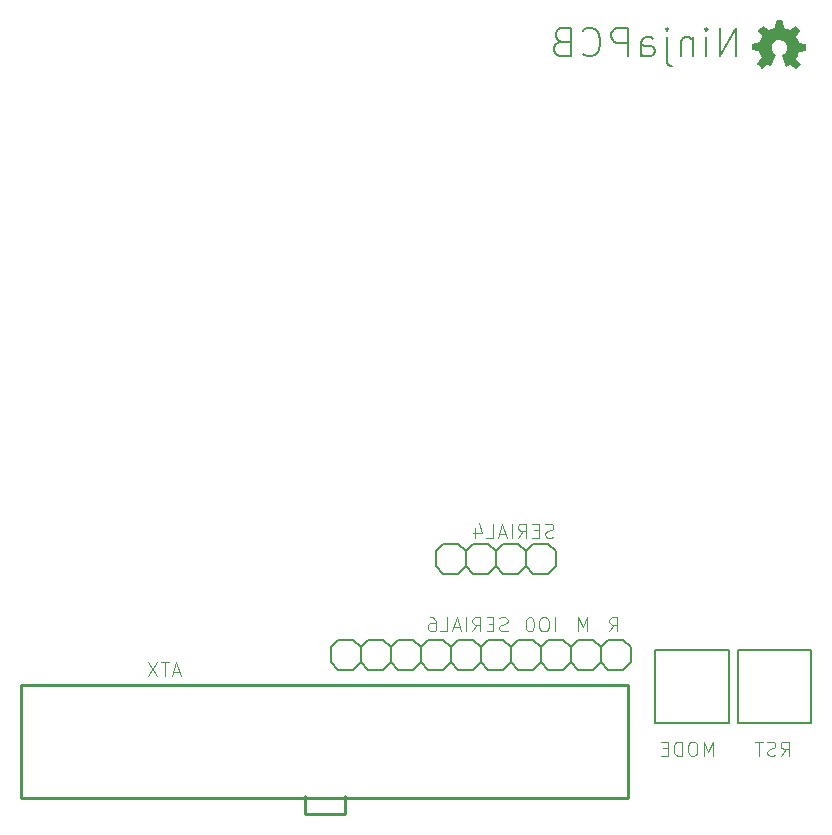
<source format=gbo>
%TF.GenerationSoftware,KiCad,Pcbnew,(5.1.6-0-10_14)*%
%TF.CreationDate,2021-04-16T11:15:05+09:00*%
%TF.ProjectId,NinjaPCB_ver2.2,4e696e6a-6150-4434-925f-766572322e32,rev?*%
%TF.SameCoordinates,Original*%
%TF.FileFunction,Legend,Bot*%
%TF.FilePolarity,Positive*%
%FSLAX46Y46*%
G04 Gerber Fmt 4.6, Leading zero omitted, Abs format (unit mm)*
G04 Created by KiCad (PCBNEW (5.1.6-0-10_14)) date 2021-04-16 11:15:05*
%MOMM*%
%LPD*%
G01*
G04 APERTURE LIST*
%ADD10C,0.101600*%
%ADD11C,0.203200*%
%ADD12C,0.254000*%
%ADD13C,0.127000*%
%ADD14C,0.152400*%
%ADD15C,0.100000*%
G04 APERTURE END LIST*
D10*
X184513969Y-136899547D02*
X184916136Y-136325023D01*
X185203398Y-136899547D02*
X185203398Y-135693047D01*
X184743779Y-135693047D01*
X184628874Y-135750500D01*
X184571421Y-135807952D01*
X184513969Y-135922857D01*
X184513969Y-136095214D01*
X184571421Y-136210119D01*
X184628874Y-136267571D01*
X184743779Y-136325023D01*
X185203398Y-136325023D01*
X184054350Y-136842095D02*
X183881993Y-136899547D01*
X183594731Y-136899547D01*
X183479826Y-136842095D01*
X183422374Y-136784642D01*
X183364921Y-136669738D01*
X183364921Y-136554833D01*
X183422374Y-136439928D01*
X183479826Y-136382476D01*
X183594731Y-136325023D01*
X183824540Y-136267571D01*
X183939445Y-136210119D01*
X183996898Y-136152666D01*
X184054350Y-136037761D01*
X184054350Y-135922857D01*
X183996898Y-135807952D01*
X183939445Y-135750500D01*
X183824540Y-135693047D01*
X183537279Y-135693047D01*
X183364921Y-135750500D01*
X183020207Y-135693047D02*
X182330779Y-135693047D01*
X182675493Y-136899547D02*
X182675493Y-135693047D01*
X178777198Y-136899547D02*
X178777198Y-135693047D01*
X178375031Y-136554833D01*
X177972864Y-135693047D01*
X177972864Y-136899547D01*
X177168531Y-135693047D02*
X176938721Y-135693047D01*
X176823817Y-135750500D01*
X176708912Y-135865404D01*
X176651460Y-136095214D01*
X176651460Y-136497380D01*
X176708912Y-136727190D01*
X176823817Y-136842095D01*
X176938721Y-136899547D01*
X177168531Y-136899547D01*
X177283436Y-136842095D01*
X177398340Y-136727190D01*
X177455793Y-136497380D01*
X177455793Y-136095214D01*
X177398340Y-135865404D01*
X177283436Y-135750500D01*
X177168531Y-135693047D01*
X176134388Y-136899547D02*
X176134388Y-135693047D01*
X175847126Y-135693047D01*
X175674769Y-135750500D01*
X175559864Y-135865404D01*
X175502412Y-135980309D01*
X175444960Y-136210119D01*
X175444960Y-136382476D01*
X175502412Y-136612285D01*
X175559864Y-136727190D01*
X175674769Y-136842095D01*
X175847126Y-136899547D01*
X176134388Y-136899547D01*
X174927888Y-136267571D02*
X174525721Y-136267571D01*
X174353364Y-136899547D02*
X174927888Y-136899547D01*
X174927888Y-135693047D01*
X174353364Y-135693047D01*
X169985169Y-126358547D02*
X170387336Y-125784023D01*
X170674598Y-126358547D02*
X170674598Y-125152047D01*
X170214979Y-125152047D01*
X170100074Y-125209500D01*
X170042621Y-125266952D01*
X169985169Y-125381857D01*
X169985169Y-125554214D01*
X170042621Y-125669119D01*
X170100074Y-125726571D01*
X170214979Y-125784023D01*
X170674598Y-125784023D01*
X168134598Y-126358547D02*
X168134598Y-125152047D01*
X167732431Y-126013833D01*
X167330264Y-125152047D01*
X167330264Y-126358547D01*
X165391398Y-126358547D02*
X165391398Y-125152047D01*
X164587064Y-125152047D02*
X164357255Y-125152047D01*
X164242350Y-125209500D01*
X164127445Y-125324404D01*
X164069993Y-125554214D01*
X164069993Y-125956380D01*
X164127445Y-126186190D01*
X164242350Y-126301095D01*
X164357255Y-126358547D01*
X164587064Y-126358547D01*
X164701969Y-126301095D01*
X164816874Y-126186190D01*
X164874326Y-125956380D01*
X164874326Y-125554214D01*
X164816874Y-125324404D01*
X164701969Y-125209500D01*
X164587064Y-125152047D01*
X163323112Y-125152047D02*
X163208207Y-125152047D01*
X163093302Y-125209500D01*
X163035850Y-125266952D01*
X162978398Y-125381857D01*
X162920945Y-125611666D01*
X162920945Y-125898928D01*
X162978398Y-126128738D01*
X163035850Y-126243642D01*
X163093302Y-126301095D01*
X163208207Y-126358547D01*
X163323112Y-126358547D01*
X163438017Y-126301095D01*
X163495469Y-126243642D01*
X163552921Y-126128738D01*
X163610374Y-125898928D01*
X163610374Y-125611666D01*
X163552921Y-125381857D01*
X163495469Y-125266952D01*
X163438017Y-125209500D01*
X163323112Y-125152047D01*
X161384850Y-126301095D02*
X161212493Y-126358547D01*
X160925231Y-126358547D01*
X160810326Y-126301095D01*
X160752874Y-126243642D01*
X160695421Y-126128738D01*
X160695421Y-126013833D01*
X160752874Y-125898928D01*
X160810326Y-125841476D01*
X160925231Y-125784023D01*
X161155040Y-125726571D01*
X161269945Y-125669119D01*
X161327398Y-125611666D01*
X161384850Y-125496761D01*
X161384850Y-125381857D01*
X161327398Y-125266952D01*
X161269945Y-125209500D01*
X161155040Y-125152047D01*
X160867779Y-125152047D01*
X160695421Y-125209500D01*
X160178350Y-125726571D02*
X159776183Y-125726571D01*
X159603826Y-126358547D02*
X160178350Y-126358547D01*
X160178350Y-125152047D01*
X159603826Y-125152047D01*
X158397326Y-126358547D02*
X158799493Y-125784023D01*
X159086755Y-126358547D02*
X159086755Y-125152047D01*
X158627136Y-125152047D01*
X158512231Y-125209500D01*
X158454779Y-125266952D01*
X158397326Y-125381857D01*
X158397326Y-125554214D01*
X158454779Y-125669119D01*
X158512231Y-125726571D01*
X158627136Y-125784023D01*
X159086755Y-125784023D01*
X157880255Y-126358547D02*
X157880255Y-125152047D01*
X157363183Y-126013833D02*
X156788660Y-126013833D01*
X157478088Y-126358547D02*
X157075921Y-125152047D01*
X156673755Y-126358547D01*
X155697064Y-126358547D02*
X156271588Y-126358547D01*
X156271588Y-125152047D01*
X154777826Y-125152047D02*
X155007636Y-125152047D01*
X155122540Y-125209500D01*
X155179993Y-125266952D01*
X155294898Y-125439309D01*
X155352350Y-125669119D01*
X155352350Y-126128738D01*
X155294898Y-126243642D01*
X155237445Y-126301095D01*
X155122540Y-126358547D01*
X154892731Y-126358547D01*
X154777826Y-126301095D01*
X154720374Y-126243642D01*
X154662921Y-126128738D01*
X154662921Y-125841476D01*
X154720374Y-125726571D01*
X154777826Y-125669119D01*
X154892731Y-125611666D01*
X155122540Y-125611666D01*
X155237445Y-125669119D01*
X155294898Y-125726571D01*
X155352350Y-125841476D01*
X165245650Y-118376295D02*
X165073293Y-118433747D01*
X164786031Y-118433747D01*
X164671126Y-118376295D01*
X164613674Y-118318842D01*
X164556221Y-118203938D01*
X164556221Y-118089033D01*
X164613674Y-117974128D01*
X164671126Y-117916676D01*
X164786031Y-117859223D01*
X165015840Y-117801771D01*
X165130745Y-117744319D01*
X165188198Y-117686866D01*
X165245650Y-117571961D01*
X165245650Y-117457057D01*
X165188198Y-117342152D01*
X165130745Y-117284700D01*
X165015840Y-117227247D01*
X164728579Y-117227247D01*
X164556221Y-117284700D01*
X164039150Y-117801771D02*
X163636983Y-117801771D01*
X163464626Y-118433747D02*
X164039150Y-118433747D01*
X164039150Y-117227247D01*
X163464626Y-117227247D01*
X162258126Y-118433747D02*
X162660293Y-117859223D01*
X162947555Y-118433747D02*
X162947555Y-117227247D01*
X162487936Y-117227247D01*
X162373031Y-117284700D01*
X162315579Y-117342152D01*
X162258126Y-117457057D01*
X162258126Y-117629414D01*
X162315579Y-117744319D01*
X162373031Y-117801771D01*
X162487936Y-117859223D01*
X162947555Y-117859223D01*
X161741055Y-118433747D02*
X161741055Y-117227247D01*
X161223983Y-118089033D02*
X160649460Y-118089033D01*
X161338888Y-118433747D02*
X160936721Y-117227247D01*
X160534555Y-118433747D01*
X159557864Y-118433747D02*
X160132388Y-118433747D01*
X160132388Y-117227247D01*
X158638626Y-117629414D02*
X158638626Y-118433747D01*
X158925888Y-117169795D02*
X159213150Y-118031580D01*
X158466269Y-118031580D01*
X133622650Y-129773033D02*
X133048126Y-129773033D01*
X133737555Y-130117747D02*
X133335388Y-128911247D01*
X132933221Y-130117747D01*
X132703412Y-128911247D02*
X132013983Y-128911247D01*
X132358698Y-130117747D02*
X132358698Y-128911247D01*
X131726721Y-128911247D02*
X130922388Y-130117747D01*
X130922388Y-128911247D02*
X131726721Y-130117747D01*
D11*
X180738296Y-77677995D02*
X180738296Y-75264995D01*
X179359439Y-77677995D01*
X179359439Y-75264995D01*
X178210391Y-77677995D02*
X178210391Y-76069328D01*
X178210391Y-75264995D02*
X178325296Y-75379900D01*
X178210391Y-75494804D01*
X178095486Y-75379900D01*
X178210391Y-75264995D01*
X178210391Y-75494804D01*
X177061343Y-76069328D02*
X177061343Y-77677995D01*
X177061343Y-76299138D02*
X176946439Y-76184233D01*
X176716629Y-76069328D01*
X176371915Y-76069328D01*
X176142105Y-76184233D01*
X176027200Y-76414042D01*
X176027200Y-77677995D01*
X174878153Y-76069328D02*
X174878153Y-78137614D01*
X174993058Y-78367423D01*
X175222867Y-78482328D01*
X175337772Y-78482328D01*
X174878153Y-75264995D02*
X174993058Y-75379900D01*
X174878153Y-75494804D01*
X174763248Y-75379900D01*
X174878153Y-75264995D01*
X174878153Y-75494804D01*
X172694962Y-77677995D02*
X172694962Y-76414042D01*
X172809867Y-76184233D01*
X173039677Y-76069328D01*
X173499296Y-76069328D01*
X173729105Y-76184233D01*
X172694962Y-77563090D02*
X172924772Y-77677995D01*
X173499296Y-77677995D01*
X173729105Y-77563090D01*
X173844010Y-77333280D01*
X173844010Y-77103471D01*
X173729105Y-76873661D01*
X173499296Y-76758757D01*
X172924772Y-76758757D01*
X172694962Y-76643852D01*
X171545915Y-77677995D02*
X171545915Y-75264995D01*
X170626677Y-75264995D01*
X170396867Y-75379900D01*
X170281962Y-75494804D01*
X170167058Y-75724614D01*
X170167058Y-76069328D01*
X170281962Y-76299138D01*
X170396867Y-76414042D01*
X170626677Y-76528947D01*
X171545915Y-76528947D01*
X167754058Y-77448185D02*
X167868962Y-77563090D01*
X168213677Y-77677995D01*
X168443486Y-77677995D01*
X168788200Y-77563090D01*
X169018010Y-77333280D01*
X169132915Y-77103471D01*
X169247820Y-76643852D01*
X169247820Y-76299138D01*
X169132915Y-75839519D01*
X169018010Y-75609709D01*
X168788200Y-75379900D01*
X168443486Y-75264995D01*
X168213677Y-75264995D01*
X167868962Y-75379900D01*
X167754058Y-75494804D01*
X165915581Y-76414042D02*
X165570867Y-76528947D01*
X165455962Y-76643852D01*
X165341058Y-76873661D01*
X165341058Y-77218376D01*
X165455962Y-77448185D01*
X165570867Y-77563090D01*
X165800677Y-77677995D01*
X166719915Y-77677995D01*
X166719915Y-75264995D01*
X165915581Y-75264995D01*
X165685772Y-75379900D01*
X165570867Y-75494804D01*
X165455962Y-75724614D01*
X165455962Y-75954423D01*
X165570867Y-76184233D01*
X165685772Y-76299138D01*
X165915581Y-76414042D01*
X166719915Y-76414042D01*
D12*
%TO.C,ATX1*%
X147610300Y-141781000D02*
X147610300Y-140281000D01*
X144210300Y-141781000D02*
X144210300Y-140281000D01*
X144210300Y-141781000D02*
X147610300Y-141781000D01*
X120210300Y-130881000D02*
X120210300Y-140481000D01*
X171610300Y-130881000D02*
X120210300Y-130881000D01*
X171610300Y-140481000D02*
X171610300Y-130881000D01*
X120210300Y-140481000D02*
X171610300Y-140481000D01*
D13*
%TO.C,RST1*%
X187101100Y-127903600D02*
X180901100Y-127903600D01*
X187101100Y-134103600D02*
X187101100Y-127903600D01*
X180901100Y-134103600D02*
X187101100Y-134103600D01*
X180901100Y-127903600D02*
X180901100Y-134103600D01*
%TO.C,MODE1*%
X180101100Y-127903600D02*
X173901100Y-127903600D01*
X180101100Y-134103600D02*
X180101100Y-127903600D01*
X173901100Y-134103600D02*
X180101100Y-134103600D01*
X173901100Y-127903600D02*
X173901100Y-134103600D01*
D14*
%TO.C,SERIAL6*%
X147050300Y-129591000D02*
X148320300Y-129591000D01*
X148955300Y-128956000D02*
X148320300Y-129591000D01*
X148320300Y-127051000D02*
X148955300Y-127686000D01*
X146415300Y-128956000D02*
X147050300Y-129591000D01*
X146415300Y-127686000D02*
X146415300Y-128956000D01*
X147050300Y-127051000D02*
X146415300Y-127686000D01*
X148320300Y-127051000D02*
X147050300Y-127051000D01*
X159750300Y-129591000D02*
X161020300Y-129591000D01*
X161655300Y-128956000D02*
X161020300Y-129591000D01*
X161020300Y-127051000D02*
X161655300Y-127686000D01*
X161655300Y-127686000D02*
X161655300Y-128956000D01*
X158480300Y-129591000D02*
X159115300Y-128956000D01*
X157210300Y-129591000D02*
X158480300Y-129591000D01*
X156575300Y-128956000D02*
X157210300Y-129591000D01*
X156575300Y-127686000D02*
X156575300Y-128956000D01*
X157210300Y-127051000D02*
X156575300Y-127686000D01*
X158480300Y-127051000D02*
X157210300Y-127051000D01*
X159115300Y-127686000D02*
X158480300Y-127051000D01*
X159115300Y-128956000D02*
X159750300Y-129591000D01*
X159115300Y-127686000D02*
X159115300Y-128956000D01*
X159750300Y-127051000D02*
X159115300Y-127686000D01*
X161020300Y-127051000D02*
X159750300Y-127051000D01*
X152130300Y-129591000D02*
X153400300Y-129591000D01*
X154035300Y-128956000D02*
X153400300Y-129591000D01*
X153400300Y-127051000D02*
X154035300Y-127686000D01*
X155940300Y-129591000D02*
X156575300Y-128956000D01*
X154670300Y-129591000D02*
X155940300Y-129591000D01*
X154035300Y-128956000D02*
X154670300Y-129591000D01*
X154035300Y-127686000D02*
X154035300Y-128956000D01*
X154670300Y-127051000D02*
X154035300Y-127686000D01*
X155940300Y-127051000D02*
X154670300Y-127051000D01*
X156575300Y-127686000D02*
X155940300Y-127051000D01*
X150860300Y-129591000D02*
X151495300Y-128956000D01*
X149590300Y-129591000D02*
X150860300Y-129591000D01*
X148955300Y-128956000D02*
X149590300Y-129591000D01*
X148955300Y-127686000D02*
X148955300Y-128956000D01*
X149590300Y-127051000D02*
X148955300Y-127686000D01*
X150860300Y-127051000D02*
X149590300Y-127051000D01*
X151495300Y-127686000D02*
X150860300Y-127051000D01*
X151495300Y-128956000D02*
X152130300Y-129591000D01*
X151495300Y-127686000D02*
X151495300Y-128956000D01*
X152130300Y-127051000D02*
X151495300Y-127686000D01*
X153400300Y-127051000D02*
X152130300Y-127051000D01*
%TO.C,IO0*%
X163560300Y-129591000D02*
X164195300Y-128956000D01*
X162290300Y-129591000D02*
X163560300Y-129591000D01*
X161655300Y-128956000D02*
X162290300Y-129591000D01*
X161655300Y-127686000D02*
X161655300Y-128956000D01*
X162290300Y-127051000D02*
X161655300Y-127686000D01*
X163560300Y-127051000D02*
X162290300Y-127051000D01*
X164195300Y-127686000D02*
X163560300Y-127051000D01*
X164830300Y-129591000D02*
X166100300Y-129591000D01*
X166735300Y-128956000D02*
X166100300Y-129591000D01*
X166100300Y-127051000D02*
X166735300Y-127686000D01*
X166735300Y-127686000D02*
X166735300Y-128956000D01*
X164195300Y-128956000D02*
X164830300Y-129591000D01*
X164195300Y-127686000D02*
X164195300Y-128956000D01*
X164830300Y-127051000D02*
X164195300Y-127686000D01*
X166100300Y-127051000D02*
X164830300Y-127051000D01*
%TO.C,RESET1*%
X168640300Y-129591000D02*
X169275300Y-128956000D01*
X167370300Y-129591000D02*
X168640300Y-129591000D01*
X166735300Y-128956000D02*
X167370300Y-129591000D01*
X166735300Y-127686000D02*
X166735300Y-128956000D01*
X167370300Y-127051000D02*
X166735300Y-127686000D01*
X168640300Y-127051000D02*
X167370300Y-127051000D01*
X169275300Y-127686000D02*
X168640300Y-127051000D01*
X169910300Y-129591000D02*
X171180300Y-129591000D01*
X171815300Y-128956000D02*
X171180300Y-129591000D01*
X171180300Y-127051000D02*
X171815300Y-127686000D01*
X171815300Y-127686000D02*
X171815300Y-128956000D01*
X169275300Y-128956000D02*
X169910300Y-129591000D01*
X169275300Y-127686000D02*
X169275300Y-128956000D01*
X169910300Y-127051000D02*
X169275300Y-127686000D01*
X171180300Y-127051000D02*
X169910300Y-127051000D01*
%TO.C,SERIAL4*%
X155940300Y-121463000D02*
X157210300Y-121463000D01*
X157845300Y-120828000D02*
X157210300Y-121463000D01*
X157210300Y-118923000D02*
X157845300Y-119558000D01*
X155305300Y-120828000D02*
X155940300Y-121463000D01*
X155305300Y-119558000D02*
X155305300Y-120828000D01*
X155940300Y-118923000D02*
X155305300Y-119558000D01*
X157210300Y-118923000D02*
X155940300Y-118923000D01*
X163560300Y-121463000D02*
X164830300Y-121463000D01*
X165465300Y-120828000D02*
X164830300Y-121463000D01*
X164830300Y-118923000D02*
X165465300Y-119558000D01*
X165465300Y-119558000D02*
X165465300Y-120828000D01*
X162290300Y-121463000D02*
X162925300Y-120828000D01*
X161020300Y-121463000D02*
X162290300Y-121463000D01*
X160385300Y-120828000D02*
X161020300Y-121463000D01*
X160385300Y-119558000D02*
X160385300Y-120828000D01*
X161020300Y-118923000D02*
X160385300Y-119558000D01*
X162290300Y-118923000D02*
X161020300Y-118923000D01*
X162925300Y-119558000D02*
X162290300Y-118923000D01*
X162925300Y-120828000D02*
X163560300Y-121463000D01*
X162925300Y-119558000D02*
X162925300Y-120828000D01*
X163560300Y-118923000D02*
X162925300Y-119558000D01*
X164830300Y-118923000D02*
X163560300Y-118923000D01*
X159750300Y-121463000D02*
X160385300Y-120828000D01*
X158480300Y-121463000D02*
X159750300Y-121463000D01*
X157845300Y-120828000D02*
X158480300Y-121463000D01*
X157845300Y-119558000D02*
X157845300Y-120828000D01*
X158480300Y-118923000D02*
X157845300Y-119558000D01*
X159750300Y-118923000D02*
X158480300Y-118923000D01*
X160385300Y-119558000D02*
X159750300Y-118923000D01*
D15*
%TO.C,U$2*%
G36*
X184629600Y-77521000D02*
G01*
X184790788Y-77433718D01*
X184921513Y-77305225D01*
X185011557Y-77145563D01*
X185053880Y-76967213D01*
X185045175Y-76784118D01*
X184986122Y-76610588D01*
X184881336Y-76460189D01*
X184739010Y-76344678D01*
X184388300Y-76251000D01*
X184388299Y-76251000D01*
X184212390Y-76278122D01*
X184049867Y-76350686D01*
X183912241Y-76463551D01*
X183809264Y-76608724D01*
X183748228Y-76775918D01*
X183733459Y-76953292D01*
X183766002Y-77128278D01*
X183843552Y-77288483D01*
X184108900Y-77521000D01*
X183715200Y-78511600D01*
X183562800Y-78448100D01*
X183410400Y-78346500D01*
X182902400Y-78702100D01*
X182800800Y-78613200D01*
X182711900Y-78524300D01*
X182610300Y-78410000D01*
X182521400Y-78295700D01*
X182889700Y-77762300D01*
X182800800Y-77609900D01*
X182750000Y-77457500D01*
X182699200Y-77254300D01*
X182076900Y-77140000D01*
X182076900Y-76962200D01*
X182076900Y-76847900D01*
X182089600Y-76708200D01*
X182102300Y-76581200D01*
X182724600Y-76466900D01*
X182775400Y-76301800D01*
X182838900Y-76162100D01*
X182927800Y-76009700D01*
X182940500Y-75984300D01*
X182584900Y-75489000D01*
X182686500Y-75362000D01*
X182813500Y-75235000D01*
X182915100Y-75146100D01*
X183004000Y-75082600D01*
X183524700Y-75450900D01*
X183639000Y-75387400D01*
X183753300Y-75336600D01*
X183867600Y-75285800D01*
X183981900Y-75260400D01*
X184096200Y-74638100D01*
X184248600Y-74625400D01*
X184426400Y-74625400D01*
X184540700Y-74625400D01*
X184667700Y-74638100D01*
X184769300Y-75247700D01*
X184959800Y-75311200D01*
X185086800Y-75362000D01*
X185264600Y-75463600D01*
X185772600Y-75095300D01*
X185886900Y-75184200D01*
X186013900Y-75311200D01*
X186115500Y-75425500D01*
X186179000Y-75489000D01*
X185823400Y-76009700D01*
X185899600Y-76136700D01*
X185975800Y-76301800D01*
X186013900Y-76441500D01*
X186052000Y-76530400D01*
X186674300Y-76632000D01*
X186674300Y-77190800D01*
X186052000Y-77292400D01*
X186001200Y-77470200D01*
X185963100Y-77597200D01*
X185912300Y-77698800D01*
X185823400Y-77851200D01*
X186191700Y-78359200D01*
X186090100Y-78473500D01*
X186001200Y-78562400D01*
X185886900Y-78664000D01*
X185798000Y-78740200D01*
X185277300Y-78384600D01*
X184985200Y-78537000D01*
X184629600Y-77521000D01*
G37*
%TD*%
M02*

</source>
